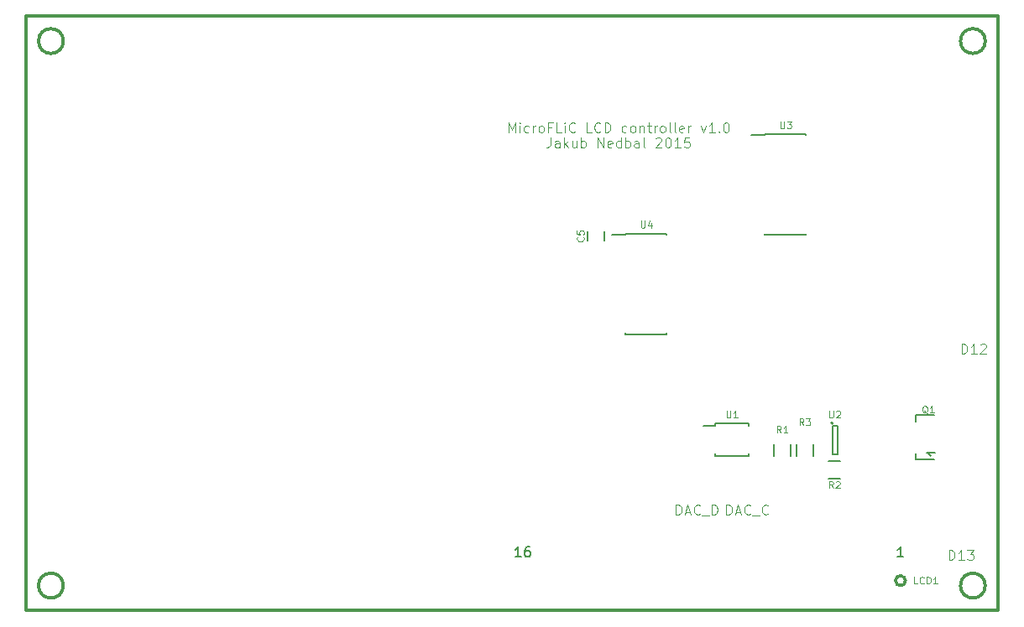
<source format=gto>
G04 #@! TF.FileFunction,Legend,Top*
%FSLAX46Y46*%
G04 Gerber Fmt 4.6, Leading zero omitted, Abs format (unit mm)*
G04 Created by KiCad (PCBNEW 4.0.0-2.201512091501+6195~38~ubuntu14.04.1-stable) date Wed 16 Dec 2015 18:22:48 GMT*
%MOMM*%
G01*
G04 APERTURE LIST*
%ADD10C,0.100000*%
%ADD11C,0.120000*%
%ADD12C,0.150000*%
%ADD13C,0.350000*%
%ADD14C,0.110000*%
G04 APERTURE END LIST*
D10*
D11*
X128833714Y-134564381D02*
X128833714Y-133564381D01*
X129071809Y-133564381D01*
X129214667Y-133612000D01*
X129309905Y-133707238D01*
X129357524Y-133802476D01*
X129405143Y-133992952D01*
X129405143Y-134135810D01*
X129357524Y-134326286D01*
X129309905Y-134421524D01*
X129214667Y-134516762D01*
X129071809Y-134564381D01*
X128833714Y-134564381D01*
X130357524Y-134564381D02*
X129786095Y-134564381D01*
X130071809Y-134564381D02*
X130071809Y-133564381D01*
X129976571Y-133707238D01*
X129881333Y-133802476D01*
X129786095Y-133850095D01*
X130738476Y-133659619D02*
X130786095Y-133612000D01*
X130881333Y-133564381D01*
X131119429Y-133564381D01*
X131214667Y-133612000D01*
X131262286Y-133659619D01*
X131309905Y-133754857D01*
X131309905Y-133850095D01*
X131262286Y-133992952D01*
X130690857Y-134564381D01*
X131309905Y-134564381D01*
X127563714Y-155392381D02*
X127563714Y-154392381D01*
X127801809Y-154392381D01*
X127944667Y-154440000D01*
X128039905Y-154535238D01*
X128087524Y-154630476D01*
X128135143Y-154820952D01*
X128135143Y-154963810D01*
X128087524Y-155154286D01*
X128039905Y-155249524D01*
X127944667Y-155344762D01*
X127801809Y-155392381D01*
X127563714Y-155392381D01*
X129087524Y-155392381D02*
X128516095Y-155392381D01*
X128801809Y-155392381D02*
X128801809Y-154392381D01*
X128706571Y-154535238D01*
X128611333Y-154630476D01*
X128516095Y-154678095D01*
X129420857Y-154392381D02*
X130039905Y-154392381D01*
X129706571Y-154773333D01*
X129849429Y-154773333D01*
X129944667Y-154820952D01*
X129992286Y-154868571D01*
X130039905Y-154963810D01*
X130039905Y-155201905D01*
X129992286Y-155297143D01*
X129944667Y-155344762D01*
X129849429Y-155392381D01*
X129563714Y-155392381D01*
X129468476Y-155344762D01*
X129420857Y-155297143D01*
X83138760Y-112214381D02*
X83138760Y-111214381D01*
X83472094Y-111928667D01*
X83805427Y-111214381D01*
X83805427Y-112214381D01*
X84281617Y-112214381D02*
X84281617Y-111547714D01*
X84281617Y-111214381D02*
X84233998Y-111262000D01*
X84281617Y-111309619D01*
X84329236Y-111262000D01*
X84281617Y-111214381D01*
X84281617Y-111309619D01*
X85186379Y-112166762D02*
X85091141Y-112214381D01*
X84900664Y-112214381D01*
X84805426Y-112166762D01*
X84757807Y-112119143D01*
X84710188Y-112023905D01*
X84710188Y-111738190D01*
X84757807Y-111642952D01*
X84805426Y-111595333D01*
X84900664Y-111547714D01*
X85091141Y-111547714D01*
X85186379Y-111595333D01*
X85614950Y-112214381D02*
X85614950Y-111547714D01*
X85614950Y-111738190D02*
X85662569Y-111642952D01*
X85710188Y-111595333D01*
X85805426Y-111547714D01*
X85900665Y-111547714D01*
X86376855Y-112214381D02*
X86281617Y-112166762D01*
X86233998Y-112119143D01*
X86186379Y-112023905D01*
X86186379Y-111738190D01*
X86233998Y-111642952D01*
X86281617Y-111595333D01*
X86376855Y-111547714D01*
X86519713Y-111547714D01*
X86614951Y-111595333D01*
X86662570Y-111642952D01*
X86710189Y-111738190D01*
X86710189Y-112023905D01*
X86662570Y-112119143D01*
X86614951Y-112166762D01*
X86519713Y-112214381D01*
X86376855Y-112214381D01*
X87472094Y-111690571D02*
X87138760Y-111690571D01*
X87138760Y-112214381D02*
X87138760Y-111214381D01*
X87614951Y-111214381D01*
X88472094Y-112214381D02*
X87995903Y-112214381D01*
X87995903Y-111214381D01*
X88805427Y-112214381D02*
X88805427Y-111547714D01*
X88805427Y-111214381D02*
X88757808Y-111262000D01*
X88805427Y-111309619D01*
X88853046Y-111262000D01*
X88805427Y-111214381D01*
X88805427Y-111309619D01*
X89853046Y-112119143D02*
X89805427Y-112166762D01*
X89662570Y-112214381D01*
X89567332Y-112214381D01*
X89424474Y-112166762D01*
X89329236Y-112071524D01*
X89281617Y-111976286D01*
X89233998Y-111785810D01*
X89233998Y-111642952D01*
X89281617Y-111452476D01*
X89329236Y-111357238D01*
X89424474Y-111262000D01*
X89567332Y-111214381D01*
X89662570Y-111214381D01*
X89805427Y-111262000D01*
X89853046Y-111309619D01*
X91519713Y-112214381D02*
X91043522Y-112214381D01*
X91043522Y-111214381D01*
X92424475Y-112119143D02*
X92376856Y-112166762D01*
X92233999Y-112214381D01*
X92138761Y-112214381D01*
X91995903Y-112166762D01*
X91900665Y-112071524D01*
X91853046Y-111976286D01*
X91805427Y-111785810D01*
X91805427Y-111642952D01*
X91853046Y-111452476D01*
X91900665Y-111357238D01*
X91995903Y-111262000D01*
X92138761Y-111214381D01*
X92233999Y-111214381D01*
X92376856Y-111262000D01*
X92424475Y-111309619D01*
X92853046Y-112214381D02*
X92853046Y-111214381D01*
X93091141Y-111214381D01*
X93233999Y-111262000D01*
X93329237Y-111357238D01*
X93376856Y-111452476D01*
X93424475Y-111642952D01*
X93424475Y-111785810D01*
X93376856Y-111976286D01*
X93329237Y-112071524D01*
X93233999Y-112166762D01*
X93091141Y-112214381D01*
X92853046Y-112214381D01*
X95043523Y-112166762D02*
X94948285Y-112214381D01*
X94757808Y-112214381D01*
X94662570Y-112166762D01*
X94614951Y-112119143D01*
X94567332Y-112023905D01*
X94567332Y-111738190D01*
X94614951Y-111642952D01*
X94662570Y-111595333D01*
X94757808Y-111547714D01*
X94948285Y-111547714D01*
X95043523Y-111595333D01*
X95614951Y-112214381D02*
X95519713Y-112166762D01*
X95472094Y-112119143D01*
X95424475Y-112023905D01*
X95424475Y-111738190D01*
X95472094Y-111642952D01*
X95519713Y-111595333D01*
X95614951Y-111547714D01*
X95757809Y-111547714D01*
X95853047Y-111595333D01*
X95900666Y-111642952D01*
X95948285Y-111738190D01*
X95948285Y-112023905D01*
X95900666Y-112119143D01*
X95853047Y-112166762D01*
X95757809Y-112214381D01*
X95614951Y-112214381D01*
X96376856Y-111547714D02*
X96376856Y-112214381D01*
X96376856Y-111642952D02*
X96424475Y-111595333D01*
X96519713Y-111547714D01*
X96662571Y-111547714D01*
X96757809Y-111595333D01*
X96805428Y-111690571D01*
X96805428Y-112214381D01*
X97138761Y-111547714D02*
X97519713Y-111547714D01*
X97281618Y-111214381D02*
X97281618Y-112071524D01*
X97329237Y-112166762D01*
X97424475Y-112214381D01*
X97519713Y-112214381D01*
X97853047Y-112214381D02*
X97853047Y-111547714D01*
X97853047Y-111738190D02*
X97900666Y-111642952D01*
X97948285Y-111595333D01*
X98043523Y-111547714D01*
X98138762Y-111547714D01*
X98614952Y-112214381D02*
X98519714Y-112166762D01*
X98472095Y-112119143D01*
X98424476Y-112023905D01*
X98424476Y-111738190D01*
X98472095Y-111642952D01*
X98519714Y-111595333D01*
X98614952Y-111547714D01*
X98757810Y-111547714D01*
X98853048Y-111595333D01*
X98900667Y-111642952D01*
X98948286Y-111738190D01*
X98948286Y-112023905D01*
X98900667Y-112119143D01*
X98853048Y-112166762D01*
X98757810Y-112214381D01*
X98614952Y-112214381D01*
X99519714Y-112214381D02*
X99424476Y-112166762D01*
X99376857Y-112071524D01*
X99376857Y-111214381D01*
X100043524Y-112214381D02*
X99948286Y-112166762D01*
X99900667Y-112071524D01*
X99900667Y-111214381D01*
X100805430Y-112166762D02*
X100710192Y-112214381D01*
X100519715Y-112214381D01*
X100424477Y-112166762D01*
X100376858Y-112071524D01*
X100376858Y-111690571D01*
X100424477Y-111595333D01*
X100519715Y-111547714D01*
X100710192Y-111547714D01*
X100805430Y-111595333D01*
X100853049Y-111690571D01*
X100853049Y-111785810D01*
X100376858Y-111881048D01*
X101281620Y-112214381D02*
X101281620Y-111547714D01*
X101281620Y-111738190D02*
X101329239Y-111642952D01*
X101376858Y-111595333D01*
X101472096Y-111547714D01*
X101567335Y-111547714D01*
X102567335Y-111547714D02*
X102805430Y-112214381D01*
X103043526Y-111547714D01*
X103948288Y-112214381D02*
X103376859Y-112214381D01*
X103662573Y-112214381D02*
X103662573Y-111214381D01*
X103567335Y-111357238D01*
X103472097Y-111452476D01*
X103376859Y-111500095D01*
X104376859Y-112119143D02*
X104424478Y-112166762D01*
X104376859Y-112214381D01*
X104329240Y-112166762D01*
X104376859Y-112119143D01*
X104376859Y-112214381D01*
X105043525Y-111214381D02*
X105138764Y-111214381D01*
X105234002Y-111262000D01*
X105281621Y-111309619D01*
X105329240Y-111404857D01*
X105376859Y-111595333D01*
X105376859Y-111833429D01*
X105329240Y-112023905D01*
X105281621Y-112119143D01*
X105234002Y-112166762D01*
X105138764Y-112214381D01*
X105043525Y-112214381D01*
X104948287Y-112166762D01*
X104900668Y-112119143D01*
X104853049Y-112023905D01*
X104805430Y-111833429D01*
X104805430Y-111595333D01*
X104853049Y-111404857D01*
X104900668Y-111309619D01*
X104948287Y-111262000D01*
X105043525Y-111214381D01*
X87376857Y-112734381D02*
X87376857Y-113448667D01*
X87329237Y-113591524D01*
X87233999Y-113686762D01*
X87091142Y-113734381D01*
X86995904Y-113734381D01*
X88281619Y-113734381D02*
X88281619Y-113210571D01*
X88234000Y-113115333D01*
X88138762Y-113067714D01*
X87948285Y-113067714D01*
X87853047Y-113115333D01*
X88281619Y-113686762D02*
X88186381Y-113734381D01*
X87948285Y-113734381D01*
X87853047Y-113686762D01*
X87805428Y-113591524D01*
X87805428Y-113496286D01*
X87853047Y-113401048D01*
X87948285Y-113353429D01*
X88186381Y-113353429D01*
X88281619Y-113305810D01*
X88757809Y-113734381D02*
X88757809Y-112734381D01*
X88853047Y-113353429D02*
X89138762Y-113734381D01*
X89138762Y-113067714D02*
X88757809Y-113448667D01*
X89995905Y-113067714D02*
X89995905Y-113734381D01*
X89567333Y-113067714D02*
X89567333Y-113591524D01*
X89614952Y-113686762D01*
X89710190Y-113734381D01*
X89853048Y-113734381D01*
X89948286Y-113686762D01*
X89995905Y-113639143D01*
X90472095Y-113734381D02*
X90472095Y-112734381D01*
X90472095Y-113115333D02*
X90567333Y-113067714D01*
X90757810Y-113067714D01*
X90853048Y-113115333D01*
X90900667Y-113162952D01*
X90948286Y-113258190D01*
X90948286Y-113543905D01*
X90900667Y-113639143D01*
X90853048Y-113686762D01*
X90757810Y-113734381D01*
X90567333Y-113734381D01*
X90472095Y-113686762D01*
X92138762Y-113734381D02*
X92138762Y-112734381D01*
X92710191Y-113734381D01*
X92710191Y-112734381D01*
X93567334Y-113686762D02*
X93472096Y-113734381D01*
X93281619Y-113734381D01*
X93186381Y-113686762D01*
X93138762Y-113591524D01*
X93138762Y-113210571D01*
X93186381Y-113115333D01*
X93281619Y-113067714D01*
X93472096Y-113067714D01*
X93567334Y-113115333D01*
X93614953Y-113210571D01*
X93614953Y-113305810D01*
X93138762Y-113401048D01*
X94472096Y-113734381D02*
X94472096Y-112734381D01*
X94472096Y-113686762D02*
X94376858Y-113734381D01*
X94186381Y-113734381D01*
X94091143Y-113686762D01*
X94043524Y-113639143D01*
X93995905Y-113543905D01*
X93995905Y-113258190D01*
X94043524Y-113162952D01*
X94091143Y-113115333D01*
X94186381Y-113067714D01*
X94376858Y-113067714D01*
X94472096Y-113115333D01*
X94948286Y-113734381D02*
X94948286Y-112734381D01*
X94948286Y-113115333D02*
X95043524Y-113067714D01*
X95234001Y-113067714D01*
X95329239Y-113115333D01*
X95376858Y-113162952D01*
X95424477Y-113258190D01*
X95424477Y-113543905D01*
X95376858Y-113639143D01*
X95329239Y-113686762D01*
X95234001Y-113734381D01*
X95043524Y-113734381D01*
X94948286Y-113686762D01*
X96281620Y-113734381D02*
X96281620Y-113210571D01*
X96234001Y-113115333D01*
X96138763Y-113067714D01*
X95948286Y-113067714D01*
X95853048Y-113115333D01*
X96281620Y-113686762D02*
X96186382Y-113734381D01*
X95948286Y-113734381D01*
X95853048Y-113686762D01*
X95805429Y-113591524D01*
X95805429Y-113496286D01*
X95853048Y-113401048D01*
X95948286Y-113353429D01*
X96186382Y-113353429D01*
X96281620Y-113305810D01*
X96900667Y-113734381D02*
X96805429Y-113686762D01*
X96757810Y-113591524D01*
X96757810Y-112734381D01*
X97995906Y-112829619D02*
X98043525Y-112782000D01*
X98138763Y-112734381D01*
X98376859Y-112734381D01*
X98472097Y-112782000D01*
X98519716Y-112829619D01*
X98567335Y-112924857D01*
X98567335Y-113020095D01*
X98519716Y-113162952D01*
X97948287Y-113734381D01*
X98567335Y-113734381D01*
X99186382Y-112734381D02*
X99281621Y-112734381D01*
X99376859Y-112782000D01*
X99424478Y-112829619D01*
X99472097Y-112924857D01*
X99519716Y-113115333D01*
X99519716Y-113353429D01*
X99472097Y-113543905D01*
X99424478Y-113639143D01*
X99376859Y-113686762D01*
X99281621Y-113734381D01*
X99186382Y-113734381D01*
X99091144Y-113686762D01*
X99043525Y-113639143D01*
X98995906Y-113543905D01*
X98948287Y-113353429D01*
X98948287Y-113115333D01*
X98995906Y-112924857D01*
X99043525Y-112829619D01*
X99091144Y-112782000D01*
X99186382Y-112734381D01*
X100472097Y-113734381D02*
X99900668Y-113734381D01*
X100186382Y-113734381D02*
X100186382Y-112734381D01*
X100091144Y-112877238D01*
X99995906Y-112972476D01*
X99900668Y-113020095D01*
X101376859Y-112734381D02*
X100900668Y-112734381D01*
X100853049Y-113210571D01*
X100900668Y-113162952D01*
X100995906Y-113115333D01*
X101234002Y-113115333D01*
X101329240Y-113162952D01*
X101376859Y-113210571D01*
X101424478Y-113305810D01*
X101424478Y-113543905D01*
X101376859Y-113639143D01*
X101329240Y-113686762D01*
X101234002Y-113734381D01*
X100995906Y-113734381D01*
X100900668Y-113686762D01*
X100853049Y-113639143D01*
X105116571Y-150820381D02*
X105116571Y-149820381D01*
X105354666Y-149820381D01*
X105497524Y-149868000D01*
X105592762Y-149963238D01*
X105640381Y-150058476D01*
X105688000Y-150248952D01*
X105688000Y-150391810D01*
X105640381Y-150582286D01*
X105592762Y-150677524D01*
X105497524Y-150772762D01*
X105354666Y-150820381D01*
X105116571Y-150820381D01*
X106068952Y-150534667D02*
X106545143Y-150534667D01*
X105973714Y-150820381D02*
X106307047Y-149820381D01*
X106640381Y-150820381D01*
X107545143Y-150725143D02*
X107497524Y-150772762D01*
X107354667Y-150820381D01*
X107259429Y-150820381D01*
X107116571Y-150772762D01*
X107021333Y-150677524D01*
X106973714Y-150582286D01*
X106926095Y-150391810D01*
X106926095Y-150248952D01*
X106973714Y-150058476D01*
X107021333Y-149963238D01*
X107116571Y-149868000D01*
X107259429Y-149820381D01*
X107354667Y-149820381D01*
X107497524Y-149868000D01*
X107545143Y-149915619D01*
X107735619Y-150915619D02*
X108497524Y-150915619D01*
X109307048Y-150725143D02*
X109259429Y-150772762D01*
X109116572Y-150820381D01*
X109021334Y-150820381D01*
X108878476Y-150772762D01*
X108783238Y-150677524D01*
X108735619Y-150582286D01*
X108688000Y-150391810D01*
X108688000Y-150248952D01*
X108735619Y-150058476D01*
X108783238Y-149963238D01*
X108878476Y-149868000D01*
X109021334Y-149820381D01*
X109116572Y-149820381D01*
X109259429Y-149868000D01*
X109307048Y-149915619D01*
X100036571Y-150820381D02*
X100036571Y-149820381D01*
X100274666Y-149820381D01*
X100417524Y-149868000D01*
X100512762Y-149963238D01*
X100560381Y-150058476D01*
X100608000Y-150248952D01*
X100608000Y-150391810D01*
X100560381Y-150582286D01*
X100512762Y-150677524D01*
X100417524Y-150772762D01*
X100274666Y-150820381D01*
X100036571Y-150820381D01*
X100988952Y-150534667D02*
X101465143Y-150534667D01*
X100893714Y-150820381D02*
X101227047Y-149820381D01*
X101560381Y-150820381D01*
X102465143Y-150725143D02*
X102417524Y-150772762D01*
X102274667Y-150820381D01*
X102179429Y-150820381D01*
X102036571Y-150772762D01*
X101941333Y-150677524D01*
X101893714Y-150582286D01*
X101846095Y-150391810D01*
X101846095Y-150248952D01*
X101893714Y-150058476D01*
X101941333Y-149963238D01*
X102036571Y-149868000D01*
X102179429Y-149820381D01*
X102274667Y-149820381D01*
X102417524Y-149868000D01*
X102465143Y-149915619D01*
X102655619Y-150915619D02*
X103417524Y-150915619D01*
X103655619Y-150820381D02*
X103655619Y-149820381D01*
X103893714Y-149820381D01*
X104036572Y-149868000D01*
X104131810Y-149963238D01*
X104179429Y-150058476D01*
X104227048Y-150248952D01*
X104227048Y-150391810D01*
X104179429Y-150582286D01*
X104131810Y-150677524D01*
X104036572Y-150772762D01*
X103893714Y-150820381D01*
X103655619Y-150820381D01*
D12*
X111619000Y-143672000D02*
X111619000Y-144872000D01*
X109869000Y-144872000D02*
X109869000Y-143672000D01*
X115412000Y-145429000D02*
X116612000Y-145429000D01*
X116612000Y-147179000D02*
X115412000Y-147179000D01*
X113905000Y-143672000D02*
X113905000Y-144872000D01*
X112155000Y-144872000D02*
X112155000Y-143672000D01*
X103989000Y-141581000D02*
X103989000Y-141881000D01*
X107339000Y-141581000D02*
X107339000Y-141881000D01*
X107339000Y-144931000D02*
X107339000Y-144631000D01*
X103989000Y-144931000D02*
X103989000Y-144631000D01*
X103989000Y-141581000D02*
X107339000Y-141581000D01*
X103989000Y-144931000D02*
X107339000Y-144931000D01*
X103989000Y-141881000D02*
X102764000Y-141881000D01*
X115878000Y-141556000D02*
G75*
G03X115878000Y-141556000I-100000J0D01*
G01*
X116328000Y-141806000D02*
X115828000Y-141806000D01*
X116328000Y-144706000D02*
X116328000Y-141806000D01*
X115828000Y-144706000D02*
X116328000Y-144706000D01*
X115828000Y-141806000D02*
X115828000Y-144706000D01*
X125760480Y-144901920D02*
X125460760Y-144653000D01*
X125460760Y-144653000D02*
X125310900Y-144551400D01*
X125310900Y-144551400D02*
X126159260Y-144551400D01*
X124259340Y-145252440D02*
X126060200Y-145252440D01*
X124259340Y-145252440D02*
X124259340Y-144602200D01*
X124259340Y-140751560D02*
X126060200Y-140751560D01*
X124259340Y-140751560D02*
X124259340Y-141401800D01*
D13*
X123182000Y-157480000D02*
G75*
G03X123182000Y-157480000I-500000J0D01*
G01*
X38232000Y-102980000D02*
G75*
G03X38232000Y-102980000I-1250000J0D01*
G01*
X131232000Y-102980000D02*
G75*
G03X131232000Y-102980000I-1250000J0D01*
G01*
X131232000Y-157980000D02*
G75*
G03X131232000Y-157980000I-1250000J0D01*
G01*
X38232000Y-157980000D02*
G75*
G03X38232000Y-157980000I-1250000J0D01*
G01*
X34482000Y-100480000D02*
X132482000Y-100480000D01*
X132482000Y-160480000D02*
X132482000Y-100480000D01*
X34482000Y-160480000D02*
X132482000Y-160480000D01*
X34482000Y-100480000D02*
X34482000Y-160480000D01*
D12*
X92798000Y-123166000D02*
X92798000Y-122166000D01*
X91098000Y-122166000D02*
X91098000Y-123166000D01*
X109017000Y-112400000D02*
X109017000Y-112505000D01*
X113167000Y-112400000D02*
X113167000Y-112505000D01*
X113167000Y-122550000D02*
X113167000Y-122445000D01*
X109017000Y-122550000D02*
X109017000Y-122445000D01*
X109017000Y-112400000D02*
X113167000Y-112400000D01*
X109017000Y-122550000D02*
X113167000Y-122550000D01*
X109017000Y-112505000D02*
X107642000Y-112505000D01*
X94953000Y-122433000D02*
X94953000Y-122538000D01*
X99103000Y-122433000D02*
X99103000Y-122538000D01*
X99103000Y-132583000D02*
X99103000Y-132478000D01*
X94953000Y-132583000D02*
X94953000Y-132478000D01*
X94953000Y-122433000D02*
X99103000Y-122433000D01*
X94953000Y-132583000D02*
X99103000Y-132583000D01*
X94953000Y-122538000D02*
X93578000Y-122538000D01*
D14*
X110627334Y-142556667D02*
X110394000Y-142223333D01*
X110227334Y-142556667D02*
X110227334Y-141856667D01*
X110494000Y-141856667D01*
X110560667Y-141890000D01*
X110594000Y-141923333D01*
X110627334Y-141990000D01*
X110627334Y-142090000D01*
X110594000Y-142156667D01*
X110560667Y-142190000D01*
X110494000Y-142223333D01*
X110227334Y-142223333D01*
X111294000Y-142556667D02*
X110894000Y-142556667D01*
X111094000Y-142556667D02*
X111094000Y-141856667D01*
X111027334Y-141956667D01*
X110960667Y-142023333D01*
X110894000Y-142056667D01*
X115895334Y-148144667D02*
X115662000Y-147811333D01*
X115495334Y-148144667D02*
X115495334Y-147444667D01*
X115762000Y-147444667D01*
X115828667Y-147478000D01*
X115862000Y-147511333D01*
X115895334Y-147578000D01*
X115895334Y-147678000D01*
X115862000Y-147744667D01*
X115828667Y-147778000D01*
X115762000Y-147811333D01*
X115495334Y-147811333D01*
X116162000Y-147511333D02*
X116195334Y-147478000D01*
X116262000Y-147444667D01*
X116428667Y-147444667D01*
X116495334Y-147478000D01*
X116528667Y-147511333D01*
X116562000Y-147578000D01*
X116562000Y-147644667D01*
X116528667Y-147744667D01*
X116128667Y-148144667D01*
X116562000Y-148144667D01*
X112913334Y-141794667D02*
X112680000Y-141461333D01*
X112513334Y-141794667D02*
X112513334Y-141094667D01*
X112780000Y-141094667D01*
X112846667Y-141128000D01*
X112880000Y-141161333D01*
X112913334Y-141228000D01*
X112913334Y-141328000D01*
X112880000Y-141394667D01*
X112846667Y-141428000D01*
X112780000Y-141461333D01*
X112513334Y-141461333D01*
X113146667Y-141094667D02*
X113580000Y-141094667D01*
X113346667Y-141361333D01*
X113446667Y-141361333D01*
X113513334Y-141394667D01*
X113546667Y-141428000D01*
X113580000Y-141494667D01*
X113580000Y-141661333D01*
X113546667Y-141728000D01*
X113513334Y-141761333D01*
X113446667Y-141794667D01*
X113246667Y-141794667D01*
X113180000Y-141761333D01*
X113146667Y-141728000D01*
X105130667Y-140332667D02*
X105130667Y-140899333D01*
X105164000Y-140966000D01*
X105197333Y-140999333D01*
X105264000Y-141032667D01*
X105397333Y-141032667D01*
X105464000Y-140999333D01*
X105497333Y-140966000D01*
X105530667Y-140899333D01*
X105530667Y-140332667D01*
X106230666Y-141032667D02*
X105830666Y-141032667D01*
X106030666Y-141032667D02*
X106030666Y-140332667D01*
X105964000Y-140432667D01*
X105897333Y-140499333D01*
X105830666Y-140532667D01*
X115494667Y-140322667D02*
X115494667Y-140889333D01*
X115528000Y-140956000D01*
X115561333Y-140989333D01*
X115628000Y-141022667D01*
X115761333Y-141022667D01*
X115828000Y-140989333D01*
X115861333Y-140956000D01*
X115894667Y-140889333D01*
X115894667Y-140322667D01*
X116194666Y-140389333D02*
X116228000Y-140356000D01*
X116294666Y-140322667D01*
X116461333Y-140322667D01*
X116528000Y-140356000D01*
X116561333Y-140389333D01*
X116594666Y-140456000D01*
X116594666Y-140522667D01*
X116561333Y-140622667D01*
X116161333Y-141022667D01*
X116594666Y-141022667D01*
X125409333Y-140591333D02*
X125342667Y-140558000D01*
X125276000Y-140491333D01*
X125176000Y-140391333D01*
X125109333Y-140358000D01*
X125042667Y-140358000D01*
X125076000Y-140524667D02*
X125009333Y-140491333D01*
X124942667Y-140424667D01*
X124909333Y-140291333D01*
X124909333Y-140058000D01*
X124942667Y-139924667D01*
X125009333Y-139858000D01*
X125076000Y-139824667D01*
X125209333Y-139824667D01*
X125276000Y-139858000D01*
X125342667Y-139924667D01*
X125376000Y-140058000D01*
X125376000Y-140291333D01*
X125342667Y-140424667D01*
X125276000Y-140491333D01*
X125209333Y-140524667D01*
X125076000Y-140524667D01*
X126042666Y-140524667D02*
X125642666Y-140524667D01*
X125842666Y-140524667D02*
X125842666Y-139824667D01*
X125776000Y-139924667D01*
X125709333Y-139991333D01*
X125642666Y-140024667D01*
X124405333Y-157796667D02*
X124072000Y-157796667D01*
X124072000Y-157096667D01*
X125038667Y-157730000D02*
X125005333Y-157763333D01*
X124905333Y-157796667D01*
X124838667Y-157796667D01*
X124738667Y-157763333D01*
X124672000Y-157696667D01*
X124638667Y-157630000D01*
X124605333Y-157496667D01*
X124605333Y-157396667D01*
X124638667Y-157263333D01*
X124672000Y-157196667D01*
X124738667Y-157130000D01*
X124838667Y-157096667D01*
X124905333Y-157096667D01*
X125005333Y-157130000D01*
X125038667Y-157163333D01*
X125338667Y-157796667D02*
X125338667Y-157096667D01*
X125505333Y-157096667D01*
X125605333Y-157130000D01*
X125672000Y-157196667D01*
X125705333Y-157263333D01*
X125738667Y-157396667D01*
X125738667Y-157496667D01*
X125705333Y-157630000D01*
X125672000Y-157696667D01*
X125605333Y-157763333D01*
X125505333Y-157796667D01*
X125338667Y-157796667D01*
X126405333Y-157796667D02*
X126005333Y-157796667D01*
X126205333Y-157796667D02*
X126205333Y-157096667D01*
X126138667Y-157196667D01*
X126072000Y-157263333D01*
X126005333Y-157296667D01*
D12*
X122967715Y-155062381D02*
X122396286Y-155062381D01*
X122682000Y-155062381D02*
X122682000Y-154062381D01*
X122586762Y-154205238D01*
X122491524Y-154300476D01*
X122396286Y-154348095D01*
X84391524Y-155062381D02*
X83820095Y-155062381D01*
X84105809Y-155062381D02*
X84105809Y-154062381D01*
X84010571Y-154205238D01*
X83915333Y-154300476D01*
X83820095Y-154348095D01*
X85248667Y-154062381D02*
X85058190Y-154062381D01*
X84962952Y-154110000D01*
X84915333Y-154157619D01*
X84820095Y-154300476D01*
X84772476Y-154490952D01*
X84772476Y-154871905D01*
X84820095Y-154967143D01*
X84867714Y-155014762D01*
X84962952Y-155062381D01*
X85153429Y-155062381D01*
X85248667Y-155014762D01*
X85296286Y-154967143D01*
X85343905Y-154871905D01*
X85343905Y-154633810D01*
X85296286Y-154538571D01*
X85248667Y-154490952D01*
X85153429Y-154443333D01*
X84962952Y-154443333D01*
X84867714Y-154490952D01*
X84820095Y-154538571D01*
X84772476Y-154633810D01*
D14*
X90674000Y-122782666D02*
X90707333Y-122816000D01*
X90740667Y-122916000D01*
X90740667Y-122982666D01*
X90707333Y-123082666D01*
X90640667Y-123149333D01*
X90574000Y-123182666D01*
X90440667Y-123216000D01*
X90340667Y-123216000D01*
X90207333Y-123182666D01*
X90140667Y-123149333D01*
X90074000Y-123082666D01*
X90040667Y-122982666D01*
X90040667Y-122916000D01*
X90074000Y-122816000D01*
X90107333Y-122782666D01*
X90040667Y-122149333D02*
X90040667Y-122482666D01*
X90374000Y-122516000D01*
X90340667Y-122482666D01*
X90307333Y-122416000D01*
X90307333Y-122249333D01*
X90340667Y-122182666D01*
X90374000Y-122149333D01*
X90440667Y-122116000D01*
X90607333Y-122116000D01*
X90674000Y-122149333D01*
X90707333Y-122182666D01*
X90740667Y-122249333D01*
X90740667Y-122416000D01*
X90707333Y-122482666D01*
X90674000Y-122516000D01*
X110558667Y-111091667D02*
X110558667Y-111658333D01*
X110592000Y-111725000D01*
X110625333Y-111758333D01*
X110692000Y-111791667D01*
X110825333Y-111791667D01*
X110892000Y-111758333D01*
X110925333Y-111725000D01*
X110958667Y-111658333D01*
X110958667Y-111091667D01*
X111225333Y-111091667D02*
X111658666Y-111091667D01*
X111425333Y-111358333D01*
X111525333Y-111358333D01*
X111592000Y-111391667D01*
X111625333Y-111425000D01*
X111658666Y-111491667D01*
X111658666Y-111658333D01*
X111625333Y-111725000D01*
X111592000Y-111758333D01*
X111525333Y-111791667D01*
X111325333Y-111791667D01*
X111258666Y-111758333D01*
X111225333Y-111725000D01*
X96494667Y-121124667D02*
X96494667Y-121691333D01*
X96528000Y-121758000D01*
X96561333Y-121791333D01*
X96628000Y-121824667D01*
X96761333Y-121824667D01*
X96828000Y-121791333D01*
X96861333Y-121758000D01*
X96894667Y-121691333D01*
X96894667Y-121124667D01*
X97528000Y-121358000D02*
X97528000Y-121824667D01*
X97361333Y-121091333D02*
X97194666Y-121591333D01*
X97628000Y-121591333D01*
M02*

</source>
